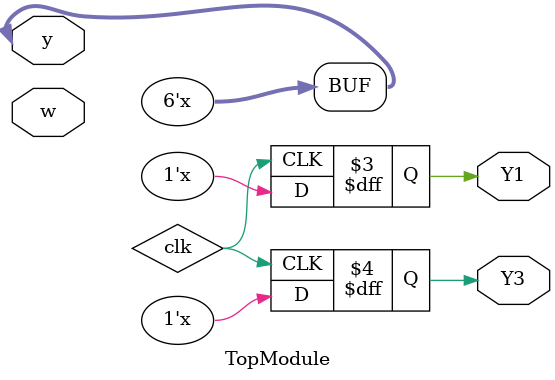
<source format=sv>

module TopModule (
    input [5:0] y,
    input w,
    output reg Y1,
    output reg Y3
);

// State transition logic
always @* begin
    case(y)
        6'b000001: begin // State A
            if(w)
                y = 6'b000010; // Transition to State B
            else
                y = 6'b000001; // Remain in State A
        end
        6'b000010: begin // State B
            if(w)
                y = 6'b000100; // Transition to State C
            else
                y = 6'b001000; // Transition to State D
        end
        6'b000100: begin // State C
            if(w)
                y = 6'b010000; // Transition to State E
            else
                y = 6'b001000; // Transition to State D
        end
        6'b001000: begin // State D
            if(w)
                y = 6'b100000; // Transition to State F
            else
                y = 6'b000001; // Transition to State A
        end
        6'b010000: begin // State E
            if(w)
                y = 6'b010000; // Remain in State E
            else
                y = 6'b001000; // Transition to State D
        end
        6'b100000: begin // State F
            if(w)
                y = 6'b000100; // Transition to State C
            else
                y = 6'b001000; // Transition to State D
        end
    endcase
end

// Output signals
always @(posedge clk) begin
    Y1 <= y[1]; // Output Y1 is the input of state flip-flop y[1]
    Y3 <= y[3]; // Output Y3 is the input of state flip-flop y[3]
end

endmodule
</source>
